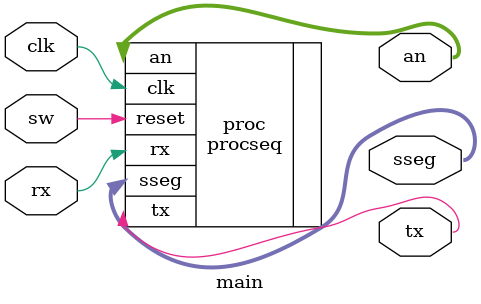
<source format=v>
`timescale 1ns / 1ps
module main(
	input clk,
	input sw,
	input wire rx,
   output wire tx,
	output wire [3:0] an,
	output wire [7:0] sseg
);

procseq proc(.clk(clk), .reset(sw), .rx(rx), .tx(tx), .an(an), .sseg(sseg));

endmodule

</source>
